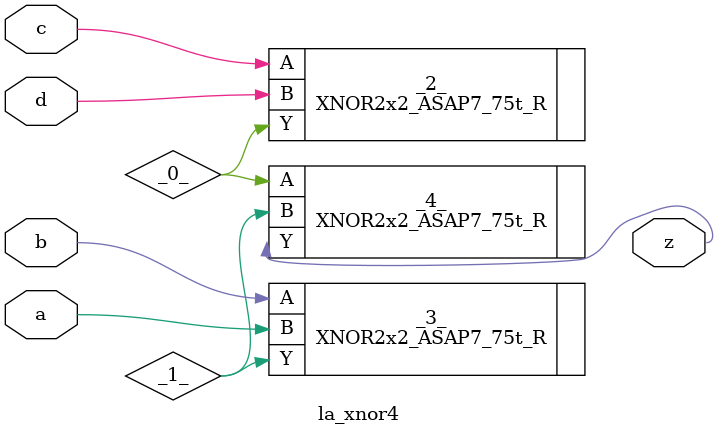
<source format=v>

/* Generated by Yosys 0.37 (git sha1 a5c7f69ed, clang 14.0.0-1ubuntu1.1 -fPIC -Os) */

module la_xnor4(a, b, c, d, z);
  wire _0_;
  wire _1_;
  input a;
  wire a;
  input b;
  wire b;
  input c;
  wire c;
  input d;
  wire d;
  output z;
  wire z;
  XNOR2x2_ASAP7_75t_R _2_ (
    .A(c),
    .B(d),
    .Y(_0_)
  );
  XNOR2x2_ASAP7_75t_R _3_ (
    .A(b),
    .B(a),
    .Y(_1_)
  );
  XNOR2x2_ASAP7_75t_R _4_ (
    .A(_0_),
    .B(_1_),
    .Y(z)
  );
endmodule

</source>
